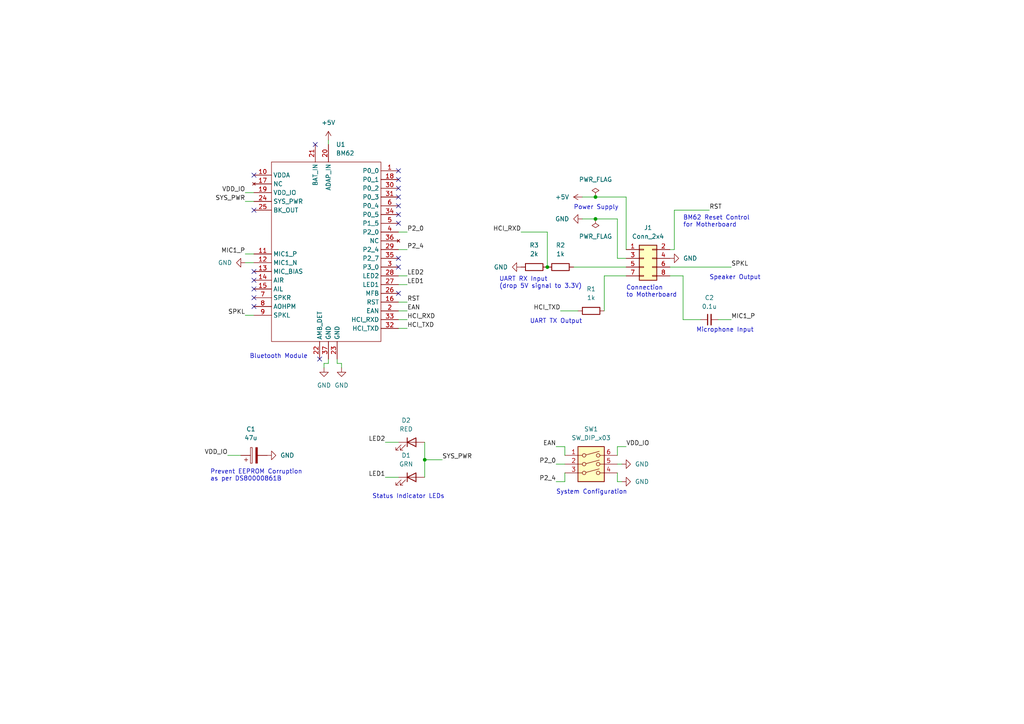
<source format=kicad_sch>
(kicad_sch (version 20230121) (generator eeschema)
  (paper "A4")
  (title_block (title "BM62 Daughterboard for M92 Bluetooth Adapter") (rev "1.0.0") (comment 1 "Allows for configuration of BM62 via dipswitches and USB UART adapter.") (comment 2 "Allows Bluetooth module to be mounted remotely, outside of metal enclosure."))
  (lib_symbols
    (symbol "BM62 Daughterboard:Microchip BM62"
      (property "Reference" "U" (at 7.62 3.81 0))
      (property "Value" "Microchip BM62" (at 7.62 6.35 0))
      (symbol "Microchip BM62_0_1"
        (rectangle (start 24.13 27.94) (end -7.62 -24.13))
      )
      (symbol "Microchip BM62_1_1"
        (pin bidirectional line (at 29.21 25.4 180) (length 5.08) (name "P0_0") (number "1"))
        (pin power_out line (at -12.7 24.13 0) (length 5.08) (name "VDDA") (number "10"))
        (pin input line (at -12.7 1.27 0) (length 5.08) (name "MIC1_P") (number "11"))
        (pin input line (at -12.7 -1.27 0) (length 5.08) (name "MIC1_N") (number "12"))
        (pin power_out line (at -12.7 -3.81 0) (length 5.08) (name "MIC_BIAS") (number "13"))
        (pin input line (at -12.7 -6.35 0) (length 5.08) (name "AIR") (number "14"))
        (pin input line (at -12.7 -8.89 0) (length 5.08) (name "AIL") (number "15"))
        (pin input line (at 29.21 -12.7 180) (length 5.08) (name "RST") (number "16"))
        (pin no_connect line (at -12.7 21.59 0) (length 5.08) (name "NC") (number "17"))
        (pin input line (at 29.21 22.86 180) (length 5.08) (name "P0_1") (number "18"))
        (pin power_out line (at -12.7 19.05 0) (length 5.08) (name "VDD_IO") (number "19"))
        (pin input line (at 29.21 -15.24 180) (length 5.08) (name "EAN") (number "2"))
        (pin power_in line (at 8.89 33.02 270) (length 5.08) (name "ADAP_IN") (number "20"))
        (pin power_in line (at 5.08 33.02 270) (length 5.08) (name "BAT_IN") (number "21"))
        (pin input line (at 6.35 -29.21 90) (length 5.08) (name "AMB_DET") (number "22"))
        (pin power_in line (at 11.43 -29.21 90) (length 5.08) (name "GND") (number "23"))
        (pin power_out line (at -12.7 16.51 0) (length 5.08) (name "SYS_PWR") (number "24"))
        (pin power_out line (at -12.7 13.97 0) (length 5.08) (name "BK_OUT") (number "25"))
        (pin input line (at 29.21 -10.16 180) (length 5.08) (name "MFB") (number "26"))
        (pin input line (at 29.21 -7.62 180) (length 5.08) (name "LED1") (number "27"))
        (pin input line (at 29.21 -5.08 180) (length 5.08) (name "LED2") (number "28"))
        (pin input line (at 29.21 2.54 180) (length 5.08) (name "P2_4") (number "29"))
        (pin input line (at 29.21 -2.54 180) (length 5.08) (name "P3_0") (number "3"))
        (pin input line (at 29.21 20.32 180) (length 5.08) (name "P0_2") (number "30"))
        (pin bidirectional line (at 29.21 17.78 180) (length 5.08) (name "P0_3") (number "31"))
        (pin output line (at 29.21 -20.32 180) (length 5.08) (name "HCI_TXD") (number "32"))
        (pin input line (at 29.21 -17.78 180) (length 5.08) (name "HCI_RXD") (number "33"))
        (pin input line (at 29.21 12.7 180) (length 5.08) (name "P0_5") (number "34"))
        (pin input line (at 29.21 0 180) (length 5.08) (name "P2_7") (number "35"))
        (pin no_connect line (at 29.21 5.08 180) (length 5.08) (name "NC") (number "36"))
        (pin power_in line (at 8.89 -29.21 90) (length 5.08) (name "GND") (number "37"))
        (pin input line (at 29.21 7.62 180) (length 5.08) (name "P2_0") (number "4"))
        (pin bidirectional line (at 29.21 10.16 180) (length 5.08) (name "P1_5") (number "5"))
        (pin bidirectional line (at 29.21 15.24 180) (length 5.08) (name "P0_4") (number "6"))
        (pin output line (at -12.7 -11.43 0) (length 5.08) (name "SPKR") (number "7"))
        (pin output line (at -12.7 -13.97 0) (length 5.08) (name "AOHPM") (number "8"))
        (pin output line (at -12.7 -16.51 0) (length 5.08) (name "SPKL") (number "9"))
      )
    )
    (symbol "Connector_Generic:Conn_02x04_Odd_Even" (pin_names (offset 1.016) hide)
      (property "Reference" "J" (at 1.27 5.08 0))
      (property "Value" "Conn_02x04_Odd_Even" (at 1.27 -7.62 0))
      (symbol "Conn_02x04_Odd_Even_1_1"
        (rectangle (start -1.27 -4.953) (end 0 -5.207) (stroke (width 0.1524)))
        (rectangle (start -1.27 -2.413) (end 0 -2.667) (stroke (width 0.1524)))
        (rectangle (start -1.27 0.127) (end 0 -0.127) (stroke (width 0.1524)))
        (rectangle (start -1.27 2.667) (end 0 2.413) (stroke (width 0.1524)))
        (rectangle (start -1.27 3.81) (end 3.81 -6.35) (stroke (width 0.254)) (fill (type background)))
        (rectangle (start 3.81 -4.953) (end 2.54 -5.207) (stroke (width 0.1524)))
        (rectangle (start 3.81 -2.413) (end 2.54 -2.667) (stroke (width 0.1524)))
        (rectangle (start 3.81 0.127) (end 2.54 -0.127) (stroke (width 0.1524)))
        (rectangle (start 3.81 2.667) (end 2.54 2.413) (stroke (width 0.1524)))
        (pin passive line (at -5.08 2.54 0) (length 3.81) (name "Pin_1") (number "1"))
        (pin passive line (at 7.62 2.54 180) (length 3.81) (name "Pin_2") (number "2"))
        (pin passive line (at -5.08 0 0) (length 3.81) (name "Pin_3") (number "3"))
        (pin passive line (at 7.62 0 180) (length 3.81) (name "Pin_4") (number "4"))
        (pin passive line (at -5.08 -2.54 0) (length 3.81) (name "Pin_5") (number "5"))
        (pin passive line (at 7.62 -2.54 180) (length 3.81) (name "Pin_6") (number "6"))
        (pin passive line (at -5.08 -5.08 0) (length 3.81) (name "Pin_7") (number "7"))
        (pin passive line (at 7.62 -5.08 180) (length 3.81) (name "Pin_8") (number "8"))
      )
    )
    (symbol "Device:C_Polarized" (pin_numbers hide) (pin_names (offset 0.254))
      (property "Reference" "C" (at 0.635 2.54 0))
      (property "Value" "C_Polarized" (at 0.635 -2.54 0))
      (symbol "C_Polarized_0_1"
        (rectangle (start -2.286 0.508) (end 2.286 1.016))
        (polyline (pts (xy -1.778 2.286) (xy -0.762 2.286)))
        (polyline (pts (xy -1.27 2.794) (xy -1.27 1.778)))
        (rectangle (start 2.286 -0.508) (end -2.286 -1.016) (fill (type outline)))
      )
      (symbol "C_Polarized_1_1"
        (pin passive line (at 0 3.81 270) (length 2.794) (name "~") (number "1"))
        (pin passive line (at 0 -3.81 90) (length 2.794) (name "~") (number "2"))
      )
    )
    (symbol "Device:C_Small" (pin_numbers hide) (pin_names (offset 0.254) hide)
      (property "Reference" "C" (at 0.254 1.778 0))
      (property "Value" "C_Small" (at 0.254 -2.032 0))
      (symbol "C_Small_0_1"
        (polyline (pts (xy -1.524 -0.508) (xy 1.524 -0.508)) (stroke (width 0.3302)))
        (polyline (pts (xy -1.524 0.508) (xy 1.524 0.508)) (stroke (width 0.3048)))
      )
      (symbol "C_Small_1_1"
        (pin passive line (at 0 2.54 270) (length 2.032) (name "~") (number "1"))
        (pin passive line (at 0 -2.54 90) (length 2.032) (name "~") (number "2"))
      )
    )
    (symbol "Device:LED" (pin_numbers hide) (pin_names (offset 1.016) hide)
      (property "Reference" "D" (at 0 2.54 0))
      (property "Value" "LED" (at 0 -2.54 0))
      (symbol "LED_0_1"
        (polyline (pts (xy -1.27 -1.27) (xy -1.27 1.27)) (stroke (width 0.254)))
        (polyline (pts (xy -1.27 0) (xy 1.27 0)))
        (polyline (pts (xy 1.27 -1.27) (xy 1.27 1.27) (xy -1.27 0) (xy 1.27 -1.27)) (stroke (width 0.254)))
        (polyline (pts (xy -3.048 -0.762) (xy -4.572 -2.286) (xy -3.81 -2.286) (xy -4.572 -2.286) (xy -4.572 -1.524)))
        (polyline (pts (xy -1.778 -0.762) (xy -3.302 -2.286) (xy -2.54 -2.286) (xy -3.302 -2.286) (xy -3.302 -1.524)))
      )
      (symbol "LED_1_1"
        (pin passive line (at -3.81 0 0) (length 2.54) (name "K") (number "1"))
        (pin passive line (at 3.81 0 180) (length 2.54) (name "A") (number "2"))
      )
    )
    (symbol "Device:R" (pin_numbers hide) (pin_names (offset 0))
      (property "Reference" "R" (at 2.032 0 90))
      (property "Value" "R" (at 0 0 90))
      (symbol "R_0_1"
        (rectangle (start -1.016 -2.54) (end 1.016 2.54) (stroke (width 0.254)))
      )
      (symbol "R_1_1"
        (pin passive line (at 0 3.81 270) (length 1.27) (name "~") (number "1"))
        (pin passive line (at 0 -3.81 90) (length 1.27) (name "~") (number "2"))
      )
    )
    (symbol "Switch:SW_DIP_x03" (pin_names (offset 0) hide)
      (property "Reference" "SW" (at 0 8.89 0))
      (property "Value" "SW_DIP_x03" (at 0 -3.81 0))
      (symbol "SW_DIP_x03_0_0"
        (circle (center -2.032 0) (radius 0.508))
        (circle (center -2.032 2.54) (radius 0.508))
        (circle (center -2.032 5.08) (radius 0.508))
        (polyline (pts (xy -1.524 0.127) (xy 2.3622 1.1684)))
        (polyline (pts (xy -1.524 2.667) (xy 2.3622 3.7084)))
        (polyline (pts (xy -1.524 5.207) (xy 2.3622 6.2484)))
        (circle (center 2.032 0) (radius 0.508))
        (circle (center 2.032 2.54) (radius 0.508))
        (circle (center 2.032 5.08) (radius 0.508))
      )
      (symbol "SW_DIP_x03_0_1"
        (rectangle (start -3.81 7.62) (end 3.81 -2.54) (stroke (width 0.254)) (fill (type background)))
      )
      (symbol "SW_DIP_x03_1_1"
        (pin passive line (at -7.62 5.08 0) (length 5.08) (name "~") (number "1"))
        (pin passive line (at -7.62 2.54 0) (length 5.08) (name "~") (number "2"))
        (pin passive line (at -7.62 0 0) (length 5.08) (name "~") (number "3"))
        (pin passive line (at 7.62 0 180) (length 5.08) (name "~") (number "4"))
        (pin passive line (at 7.62 2.54 180) (length 5.08) (name "~") (number "5"))
        (pin passive line (at 7.62 5.08 180) (length 5.08) (name "~") (number "6"))
      )
    )
    (symbol "power:+5V" (power) (pin_names (offset 0))
      (property "Value" "+5V" (at 0 3.556 0))
      (symbol "+5V_0_1"
        (polyline (pts (xy -0.762 1.27) (xy 0 2.54)))
        (polyline (pts (xy 0 0) (xy 0 2.54)))
        (polyline (pts (xy 0 2.54) (xy 0.762 1.27)))
      )
      (symbol "+5V_1_1"
        (pin power_in line (at 0 0 90) (length 0) hide (name "+5V") (number "1"))
      )
    )
    (symbol "power:GND" (power) (pin_names (offset 0))
      (property "Value" "GND" (at 0 -3.81 0))
      (symbol "GND_0_1"
        (polyline (pts (xy 0 0) (xy 0 -1.27) (xy 1.27 -1.27) (xy 0 -2.54) (xy -1.27 -1.27) (xy 0 -1.27)))
      )
      (symbol "GND_1_1"
        (pin power_in line (at 0 0 270) (length 0) hide (name "GND") (number "1"))
      )
    )
    (symbol "power:PWR_FLAG" (power) (pin_numbers hide) (pin_names (offset 0) hide)
      (property "Value" "PWR_FLAG" (at 0 3.81 0))
      (symbol "PWR_FLAG_0_0"
        (pin power_out line (at 0 0 90) (length 0) (name "pwr") (number "1"))
      )
      (symbol "PWR_FLAG_0_1"
        (polyline (pts (xy 0 0) (xy 0 1.27) (xy -1.016 1.905) (xy 0 2.54) (xy 1.016 1.905) (xy 0 1.27)))
      )
    )
  )
  (junction (at 158.75 77.47))
  (junction (at 172.72 63.5))
  (junction (at 172.72 57.15))
  (junction (at 123.19 133.35))
  (no_connect (at 115.57 49.53))
  (no_connect (at 73.66 88.9))
  (no_connect (at 115.57 85.09))
  (no_connect (at 115.57 54.61))
  (no_connect (at 115.57 52.07))
  (no_connect (at 73.66 50.8))
  (no_connect (at 115.57 57.15))
  (no_connect (at 73.66 86.36))
  (no_connect (at 115.57 59.69))
  (no_connect (at 115.57 77.47))
  (no_connect (at 115.57 62.23))
  (no_connect (at 73.66 81.28))
  (no_connect (at 73.66 78.74))
  (no_connect (at 115.57 64.77))
  (no_connect (at 73.66 83.82))
  (no_connect (at 115.57 74.93))
  (no_connect (at 73.66 60.96))
  (no_connect (at 92.71 104.14))
  (no_connect (at 91.44 41.91))
  (wire (pts (xy 158.75 67.31) (xy 158.75 77.47)))
  (wire (pts (xy 161.29 134.62) (xy 163.83 134.62)))
  (wire (pts (xy 66.04 132.08) (xy 69.85 132.08)))
  (wire (pts (xy 71.12 58.42) (xy 73.66 58.42)))
  (wire (pts (xy 71.12 91.44) (xy 73.66 91.44)))
  (wire (pts (xy 168.91 57.15) (xy 172.72 57.15)))
  (wire (pts (xy 180.34 134.62) (xy 179.07 134.62)))
  (wire (pts (xy 123.19 133.35) (xy 123.19 138.43)))
  (wire (pts (xy 179.07 74.93) (xy 179.07 63.5)))
  (wire (pts (xy 118.11 67.31) (xy 115.57 67.31)))
  (wire (pts (xy 179.07 63.5) (xy 172.72 63.5)))
  (wire (pts (xy 208.28 92.71) (xy 212.09 92.71)))
  (wire (pts (xy 194.31 80.01) (xy 198.12 80.01)))
  (wire (pts (xy 118.11 92.71) (xy 115.57 92.71)))
  (wire (pts (xy 205.74 60.96) (xy 195.58 60.96)))
  (wire (pts (xy 118.11 95.25) (xy 115.57 95.25)))
  (wire (pts (xy 71.12 73.66) (xy 73.66 73.66)))
  (wire (pts (xy 179.07 139.7) (xy 179.07 137.16)))
  (wire (pts (xy 163.83 129.54) (xy 163.83 132.08)))
  (wire (pts (xy 161.29 139.7) (xy 163.83 139.7)))
  (wire (pts (xy 198.12 80.01) (xy 198.12 92.71)))
  (wire (pts (xy 175.26 90.17) (xy 175.26 80.01)))
  (wire (pts (xy 118.11 72.39) (xy 115.57 72.39)))
  (wire (pts (xy 195.58 72.39) (xy 194.31 72.39)))
  (wire (pts (xy 71.12 76.2) (xy 73.66 76.2)))
  (wire (pts (xy 181.61 57.15) (xy 181.61 72.39)))
  (wire (pts (xy 123.19 133.35) (xy 123.19 128.27)))
  (wire (pts (xy 151.13 67.31) (xy 158.75 67.31)))
  (wire (pts (xy 95.25 40.64) (xy 95.25 41.91)))
  (wire (pts (xy 118.11 80.01) (xy 115.57 80.01)))
  (wire (pts (xy 194.31 77.47) (xy 212.09 77.47)))
  (wire (pts (xy 118.11 90.17) (xy 115.57 90.17)))
  (wire (pts (xy 128.27 133.35) (xy 123.19 133.35)))
  (wire (pts (xy 93.98 105.41) (xy 93.98 106.68)))
  (wire (pts (xy 172.72 57.15) (xy 181.61 57.15)))
  (wire (pts (xy 180.34 139.7) (xy 179.07 139.7)))
  (wire (pts (xy 97.79 105.41) (xy 97.79 104.14)))
  (wire (pts (xy 118.11 87.63) (xy 115.57 87.63)))
  (wire (pts (xy 198.12 92.71) (xy 203.2 92.71)))
  (wire (pts (xy 161.29 129.54) (xy 163.83 129.54)))
  (wire (pts (xy 71.12 55.88) (xy 73.66 55.88)))
  (wire (pts (xy 166.37 77.47) (xy 181.61 77.47)))
  (wire (pts (xy 99.06 105.41) (xy 97.79 105.41)))
  (wire (pts (xy 162.56 90.17) (xy 167.64 90.17)))
  (wire (pts (xy 111.76 128.27) (xy 115.57 128.27)))
  (wire (pts (xy 111.76 138.43) (xy 115.57 138.43)))
  (wire (pts (xy 195.58 60.96) (xy 195.58 72.39)))
  (wire (pts (xy 168.91 63.5) (xy 172.72 63.5)))
  (wire (pts (xy 163.83 139.7) (xy 163.83 137.16)))
  (wire (pts (xy 179.07 129.54) (xy 181.61 129.54)))
  (wire (pts (xy 181.61 74.93) (xy 179.07 74.93)))
  (wire (pts (xy 99.06 106.68) (xy 99.06 105.41)))
  (wire (pts (xy 179.07 129.54) (xy 179.07 132.08)))
  (wire (pts (xy 95.25 105.41) (xy 95.25 104.14)))
  (wire (pts (xy 175.26 80.01) (xy 181.61 80.01)))
  (wire (pts (xy 118.11 82.55) (xy 115.57 82.55)))
  (wire (pts (xy 93.98 105.41) (xy 95.25 105.41)))
  (text "Status Indicator LEDs" (at 107.95 144.78 0) (effects (font (size 1.27 1.27)) (justify left bottom)))
  (text "BM62 Reset Control\nfor Motherboard" (at 198.12 66.04 0) (effects (font (size 1.27 1.27)) (justify left bottom)))
  (text "Prevent EEPROM Corruption\nas per DS80000861B" (at 60.96 139.7 0) (effects (font (size 1.27 1.27)) (justify left bottom)))
  (text "System Configuration" (at 161.29 143.51 0) (effects (font (size 1.27 1.27)) (justify left bottom)))
  (text "UART TX Output" (at 153.67 93.98 0) (effects (font (size 1.27 1.27)) (justify left bottom)))
  (text "Connection\nto Motherboard" (at 181.61 86.36 0) (effects (font (size 1.27 1.27)) (justify left bottom)))
  (text "Power Supply" (at 166.37 60.96 0) (effects (font (size 1.27 1.27)) (justify left bottom)))
  (text "Bluetooth Module" (at 72.39 104.14 0) (effects (font (size 1.27 1.27)) (justify left bottom)))
  (text "Speaker Output" (at 205.74 81.28 0) (effects (font (size 1.27 1.27)) (justify left bottom)))
  (text "Microphone Input" (at 201.93 96.52 0) (effects (font (size 1.27 1.27)) (justify left bottom)))
  (text "UART RX Input\n(drop 5V signal to 3.3V)" (at 144.78 83.82 0) (effects (font (size 1.27 1.27)) (justify left bottom)))
  (label "P2_4" (at 118.11 72.39 0))
  (label "HCI_RXD" (at 151.13 67.31 180))
  (label "P2_4" (at 161.29 139.7 180))
  (label "SYS_PWR" (at 71.12 58.42 180))
  (label "RST" (at 205.74 60.96 0))
  (label "VDD_IO" (at 66.04 132.08 180))
  (label "HCI_TXD" (at 162.56 90.17 180))
  (label "LED2" (at 118.11 80.01 0))
  (label "EAN" (at 118.11 90.17 0))
  (label "SPKL" (at 212.09 77.47 0))
  (label "VDD_IO" (at 71.12 55.88 180))
  (label "LED2" (at 111.76 128.27 180))
  (label "HCI_RXD" (at 118.11 92.71 0))
  (label "VDD_IO" (at 181.61 129.54 0))
  (label "HCI_TXD" (at 118.11 95.25 0))
  (label "SYS_PWR" (at 128.27 133.35 0))
  (label "LED1" (at 111.76 138.43 180))
  (label "P2_0" (at 161.29 134.62 180))
  (label "MIC1_P" (at 212.09 92.71 0))
  (label "EAN" (at 161.29 129.54 180))
  (label "RST" (at 118.11 87.63 0))
  (label "LED1" (at 118.11 82.55 0))
  (label "P2_0" (at 118.11 67.31 0))
  (label "SPKL" (at 71.12 91.44 180))
  (label "MIC1_P" (at 71.12 73.66 180))
  (symbol (lib_id "Device:LED") (at 119.38 138.43 0) (unit 1)
    (property "Reference" "D1" (at 117.7925 132.08 0))
    (property "Value" "GRN" (at 117.7925 134.62 0))
    (property "Footprint" "LED_SMD:LED_1206_3216Metric_Pad1.42x1.75mm_HandSolder" (effects hide))
    (property "Datasheet" "https://www.mouser.com/datasheet/2/678/av02_0976en-1828033.pdf" (effects hide))
    (property "Manufacturer_Name" "Broadcom / Avago" (effects hide))
    (property "Manufacturer_Part_Number" "HSME-C150" (effects hide))
    (property "Mouser Part Number" "630-HSME-C150" (effects hide))
    (property "Mouser Price/Stock" "https://www.mouser.com/ProductDetail/630-HSME-C150" (effects hide))
  )
  (symbol (lib_id "power:+5V") (at 168.91 57.15 90) (unit 1)
    (property "Reference" "#PWR010" (effects hide))
    (property "Value" "+5V" (at 165.1 57.15 90) (effects (justify left)))
  )
  (symbol (lib_id "Device:C_Small") (at 205.74 92.71 90) (unit 1)
    (property "Reference" "C2" (at 205.7463 86.36 90))
    (property "Value" "0.1u" (at 205.7463 88.9 90))
    (property "Footprint" "Capacitor_SMD:C_1206_3216Metric_Pad1.33x1.80mm_HandSolder" (effects hide))
    (property "Datasheet" "https://www.mouser.com/datasheet/2/447/KEM_C1007_X8R_ULTRA_150C_SMD-3316375.pdf" (effects hide))
    (property "Manufacturer_Name" "KEMET" (effects hide))
    (property "Manufacturer_Part_Number" "C1206C104J4HACTU" (effects hide))
    (property "Mouser Part Number" "80-C1206C104J4HACTU" (effects hide))
    (property "Mouser Price/Stock" "https://www.mouser.com/ProductDetail/KEMET/C1206C104J4HACTU?qs=W0yvOO0ixfH3SzteelzlzQ%3D%3D" (effects hide))
  )
  (symbol (lib_id "Device:R") (at 171.45 90.17 90) (unit 1)
    (property "Reference" "R1" (at 171.45 83.82 90))
    (property "Value" "1k" (at 171.45 86.36 90))
    (property "Footprint" "Resistor_SMD:R_1206_3216Metric_Pad1.30x1.75mm_HandSolder" (effects hide))
    (property "Datasheet" "https://www.mouser.com/datasheet/2/54/cr-1858361.pdf" (effects hide))
    (property "Manufacturer_Name" "Bourns" (effects hide))
    (property "Manufacturer_Part_Number" "CR1206-FX-1001ELF" (effects hide))
    (property "Mouser Part Number" "652-CR1206FX-1001ELF" (effects hide))
    (property "Mouser Price/Stock" "https://www.mouser.com/ProductDetail/Bourns/CR1206-FX-1001ELF?qs=sGAEpiMZZMvdGkrng054t%2Fh5BnJxeWSzM1Z%2Fr5f8MxE%3D" (effects hide))
  )
  (symbol (lib_id "power:GND") (at 77.47 132.08 90) (unit 1)
    (property "Reference" "#PWR03" (effects hide))
    (property "Value" "GND" (at 81.28 132.08 90) (effects (justify right)))
  )
  (symbol (lib_id "Device:R") (at 162.56 77.47 90) (unit 1)
    (property "Reference" "R2" (at 162.56 71.12 90))
    (property "Value" "1k" (at 162.56 73.66 90))
    (property "Footprint" "Resistor_SMD:R_1206_3216Metric_Pad1.30x1.75mm_HandSolder" (effects hide))
    (property "Datasheet" "https://www.mouser.com/datasheet/2/54/cr-1858361.pdf" (effects hide))
    (property "Manufacturer_Name" "Bourns" (effects hide))
    (property "Manufacturer_Part_Number" "CR1206-FX-1001ELF" (effects hide))
    (property "Mouser Part Number" "652-CR1206FX-1001ELF" (effects hide))
    (property "Mouser Price/Stock" "https://www.mouser.com/ProductDetail/Bourns/CR1206-FX-1001ELF?qs=sGAEpiMZZMvdGkrng054t%2Fh5BnJxeWSzM1Z%2Fr5f8MxE%3D" (effects hide))
  )
  (symbol (lib_id "Switch:SW_DIP_x03") (at 171.45 137.16 0) (unit 1)
    (property "Reference" "SW1" (at 171.45 124.46 0))
    (property "Value" "SW_DIP_x03" (at 171.45 127 0))
    (property "Footprint" "SamacSys_Parts:DS04254103BKSMT" (effects hide))
    (property "Datasheet" "https://www.mouser.com/datasheet/2/670/ds04_254_smt-1777718.pdf" (effects hide))
    (property "Manufacturer_Name" "CUI Devices" (effects hide))
    (property "Manufacturer_Part_Number" "DS04-254-1-03BK-SMT" (effects hide))
    (property "Mouser Part Number" "490-DS04254103BK-SMT" (effects hide))
    (property "Mouser Price/Stock" "https://www.mouser.com/ProductDetail/CUI-Devices/DS04-254-1-03BK-SMT?qs=wnTfsH77Xs6AM9RonXx4xg%3D%3D" (effects hide))
  )
  (symbol (lib_id "power:GND") (at 151.13 77.47 270) (unit 1)
    (property "Reference" "#PWR08" (effects hide))
    (property "Value" "GND" (at 147.32 77.47 90) (effects (justify right)))
  )
  (symbol (lib_id "power:GND") (at 99.06 106.68 0) (unit 1)
    (property "Reference" "#PWR02" (effects hide))
    (property "Value" "GND" (at 99.06 111.76 0))
  )
  (symbol (lib_id "power:PWR_FLAG") (at 172.72 57.15 0) (unit 1)
    (property "Reference" "#FLG01" (effects hide))
    (property "Value" "PWR_FLAG" (at 172.72 52.07 0))
  )
  (symbol (lib_id "Device:C_Polarized") (at 73.66 132.08 90) (unit 1)
    (property "Reference" "C1" (at 72.771 124.46 90))
    (property "Value" "47u" (at 72.771 127 90))
    (property "Footprint" "Capacitor_SMD:CP_Elec_6.3x5.4" (effects hide))
    (property "Datasheet" "https://www.mouser.com/datasheet/2/447/KEM_A4003_EXV-3316461.pdf" (effects hide))
    (property "Manufacturer_Name" "KEMET" (effects hide))
    (property "Manufacturer_Part_Number" "EXV476M016A9GAA" (effects hide))
    (property "Mouser Part Number" "80-EXV476M016A9GAA" (effects hide))
    (property "Mouser Price/Stock" "https://www.mouser.com/ProductDetail/KEMET/EXV476M016A9GAA?qs=Z46kSA%2FmtFiQRmBrbRDzGg%3D%3D" (effects hide))
  )
  (symbol (lib_id "power:GND") (at 168.91 63.5 270) (unit 1)
    (property "Reference" "#PWR011" (effects hide))
    (property "Value" "GND" (at 165.1 63.5 90) (effects (justify right)))
  )
  (symbol (lib_id "Connector_Generic:Conn_02x04_Odd_Even") (at 186.69 74.93 0) (unit 1)
    (property "Reference" "J1" (at 187.96 66.04 0))
    (property "Value" "Conn_2x4" (at 187.96 68.58 0))
    (property "Footprint" "Connector_PinHeader_2.54mm:PinHeader_2x04_P2.54mm_Horizontal" (effects hide))
    (property "Datasheet" "https://tools.molex.com/pdm_docs/sd/901220124_sd.pdf" (effects hide))
    (property "Manufacturer_Name" "Molex" (effects hide))
    (property "Manufacturer_Part_Number" "90122-0124" (effects hide))
    (property "Mouser Part Number" "538-90122-0124" (effects hide))
    (property "Mouser Price/Stock" "https://www.mouser.com/ProductDetail/538-90122-0124" (effects hide))
  )
  (symbol (lib_id "power:PWR_FLAG") (at 172.72 63.5 180) (unit 1)
    (property "Reference" "#FLG04" (effects hide))
    (property "Value" "PWR_FLAG" (at 172.72 68.58 0))
  )
  (symbol (lib_id "power:GND") (at 194.31 74.93 90) (unit 1)
    (property "Reference" "#PWR06" (effects hide))
    (property "Value" "GND" (at 198.12 74.93 90) (effects (justify right)))
  )
  (symbol (lib_id "power:GND") (at 180.34 134.62 90) (unit 1)
    (property "Reference" "#PWR05" (effects hide))
    (property "Value" "GND" (at 184.15 134.62 90) (effects (justify right)))
  )
  (symbol (lib_id "Device:LED") (at 119.38 128.27 0) (unit 1)
    (property "Reference" "D2" (at 117.7925 121.92 0))
    (property "Value" "RED" (at 117.7925 124.46 0))
    (property "Footprint" "LED_SMD:LED_1206_3216Metric_Pad1.42x1.75mm_HandSolder" (effects hide))
    (property "Datasheet" "https://www.mouser.com/datasheet/2/678/av02-0112en-ds-hsmx-c1xx-29sep2010-1827222.pdf" (effects hide))
    (property "Manufacturer_Name" "Broadcom / Avago" (effects hide))
    (property "Manufacturer_Part_Number" "HSMC-C150" (effects hide))
    (property "Mouser Part Number" "630-HSMC-C150" (effects hide))
    (property "Mouser Price/Stock" "https://www.mouser.com/ProductDetail/630-HSMC-C150" (effects hide))
  )
  (symbol (lib_id "power:GND") (at 93.98 106.68 0) (unit 1)
    (property "Reference" "#PWR01" (effects hide))
    (property "Value" "GND" (at 93.98 111.76 0))
  )
  (symbol (lib_id "BM62 Daughterboard:Microchip BM62") (at 86.36 74.93 0) (unit 1)
    (property "Reference" "U1" (at 97.4441 41.91 0) (effects (justify left)))
    (property "Value" "BM62" (at 97.4441 44.45 0) (effects (justify left)))
    (property "Footprint" "BM62 Daughterboard:Microchip BM62" (effects hide))
    (property "Datasheet" "https://www.mouser.com/datasheet/2/268/BM62_64_Bluetooth_Stereo_Audio_Module_DS60001403-2999404.pdf" (effects hide))
    (property "Manufacturer_Name" "Microchip" (effects hide))
    (property "Manufacturer_Part_Number" "BM62SPKS1MC2-0001AA" (effects hide))
    (property "Mouser Part Number" "579-62SPKS1MC20001AA" (effects hide))
    (property "Mouser Price/Stock" "https://www.mouser.com/ProductDetail/Microchip-Technology/BM62SPKS1MC2-0001AA?qs=sGAEpiMZZMu3sxpa5v1qrtgrs%252B7l%252BXQB551NanK51K4%3D" (effects hide))
  )
  (symbol (lib_id "power:+5V") (at 95.25 40.64 0) (unit 1)
    (property "Reference" "#PWR015" (effects hide))
    (property "Value" "+5V" (at 95.25 35.56 0))
  )
  (symbol (lib_id "power:GND") (at 71.12 76.2 270) (unit 1)
    (property "Reference" "#PWR012" (effects hide))
    (property "Value" "GND" (at 67.31 76.2 90) (effects (justify right)))
  )
  (symbol (lib_id "Device:R") (at 154.94 77.47 270) (unit 1)
    (property "Reference" "R3" (at 154.94 71.12 90))
    (property "Value" "2k" (at 154.94 73.66 90))
    (property "Footprint" "Resistor_SMD:R_1206_3216Metric_Pad1.30x1.75mm_HandSolder" (effects hide))
    (property "Datasheet" "https://www.mouser.com/datasheet/2/54/cr-1858361.pdf" (effects hide))
    (property "Manufacturer_Name" "Bourns" (effects hide))
    (property "Manufacturer_Part_Number" "CR1206-FX-2001ELF" (effects hide))
    (property "Mouser Part Number" "652-CR1206FX-2001ELF" (effects hide))
    (property "Mouser Price/Stock" "https://www.mouser.com/ProductDetail/Bourns/CR1206-FX-2001ELF?qs=QdEzPYIOmZgRRwEn17%252BRQA%3D%3D" (effects hide))
  )
  (symbol (lib_id "power:GND") (at 180.34 139.7 90) (unit 1)
    (property "Reference" "#PWR07" (effects hide))
    (property "Value" "GND" (at 184.15 139.7 90) (effects (justify right)))
  )
)
</source>
